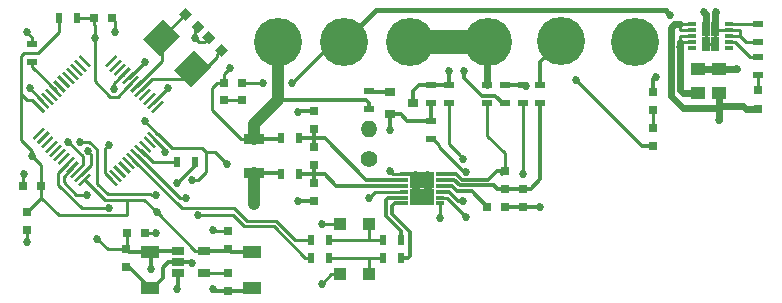
<source format=gtl>
G04 #@! TF.FileFunction,Copper,L1,Top,Signal*
%FSLAX46Y46*%
G04 Gerber Fmt 4.6, Leading zero omitted, Abs format (unit mm)*
G04 Created by KiCad (PCBNEW 4.0.6-e0-6349~53~ubuntu16.04.1) date Sun Jul  9 20:30:41 2017*
%MOMM*%
%LPD*%
G01*
G04 APERTURE LIST*
%ADD10C,0.100000*%
%ADD11R,1.000000X1.000000*%
%ADD12R,0.900000X0.800000*%
%ADD13R,0.650000X0.300000*%
%ADD14R,0.775000X1.240000*%
%ADD15R,1.060000X0.650000*%
%ADD16C,4.064000*%
%ADD17R,1.050000X1.430000*%
%ADD18R,1.250000X1.000000*%
%ADD19R,0.750000X0.800000*%
%ADD20R,0.800000X0.750000*%
%ADD21R,1.600000X1.000000*%
%ADD22R,0.800000X0.800000*%
%ADD23R,0.900000X0.500000*%
%ADD24R,0.500000X0.900000*%
%ADD25R,1.700000X0.900000*%
%ADD26C,1.400000*%
%ADD27O,1.400000X1.400000*%
%ADD28C,0.685800*%
%ADD29C,0.600000*%
%ADD30C,0.250000*%
%ADD31C,0.300000*%
%ADD32C,1.000000*%
%ADD33C,0.400000*%
%ADD34C,2.000000*%
G04 APERTURE END LIST*
D10*
D11*
X138250000Y-100750000D03*
X135750000Y-100750000D03*
D12*
X140000000Y-89550000D03*
X140000000Y-91450000D03*
X142000000Y-90500000D03*
D13*
X165582000Y-83836000D03*
X165582000Y-84336000D03*
X165582000Y-84836000D03*
X165582000Y-85336000D03*
X165582000Y-85836000D03*
X168682000Y-85836000D03*
X168682000Y-85336000D03*
X168682000Y-84836000D03*
X168682000Y-84336000D03*
X168682000Y-83836000D03*
D14*
X167519500Y-85456000D03*
X167519500Y-84216000D03*
X166744500Y-85456000D03*
X166744500Y-84216000D03*
D15*
X122083000Y-102994000D03*
X122083000Y-103944000D03*
X122083000Y-104894000D03*
X124283000Y-104894000D03*
X124283000Y-102994000D03*
D10*
G36*
X120707689Y-90268621D02*
X120884466Y-90445398D01*
X119965227Y-91364637D01*
X119788450Y-91187860D01*
X120707689Y-90268621D01*
X120707689Y-90268621D01*
G37*
G36*
X120354136Y-89915068D02*
X120530913Y-90091845D01*
X119611674Y-91011084D01*
X119434897Y-90834307D01*
X120354136Y-89915068D01*
X120354136Y-89915068D01*
G37*
G36*
X120000582Y-89561514D02*
X120177359Y-89738291D01*
X119258120Y-90657530D01*
X119081343Y-90480753D01*
X120000582Y-89561514D01*
X120000582Y-89561514D01*
G37*
G36*
X119647029Y-89207961D02*
X119823806Y-89384738D01*
X118904567Y-90303977D01*
X118727790Y-90127200D01*
X119647029Y-89207961D01*
X119647029Y-89207961D01*
G37*
G36*
X119293476Y-88854408D02*
X119470253Y-89031185D01*
X118551014Y-89950424D01*
X118374237Y-89773647D01*
X119293476Y-88854408D01*
X119293476Y-88854408D01*
G37*
G36*
X118939922Y-88500854D02*
X119116699Y-88677631D01*
X118197460Y-89596870D01*
X118020683Y-89420093D01*
X118939922Y-88500854D01*
X118939922Y-88500854D01*
G37*
G36*
X118586369Y-88147301D02*
X118763146Y-88324078D01*
X117843907Y-89243317D01*
X117667130Y-89066540D01*
X118586369Y-88147301D01*
X118586369Y-88147301D01*
G37*
G36*
X118232815Y-87793747D02*
X118409592Y-87970524D01*
X117490353Y-88889763D01*
X117313576Y-88712986D01*
X118232815Y-87793747D01*
X118232815Y-87793747D01*
G37*
G36*
X117879262Y-87440194D02*
X118056039Y-87616971D01*
X117136800Y-88536210D01*
X116960023Y-88359433D01*
X117879262Y-87440194D01*
X117879262Y-87440194D01*
G37*
G36*
X117525709Y-87086641D02*
X117702486Y-87263418D01*
X116783247Y-88182657D01*
X116606470Y-88005880D01*
X117525709Y-87086641D01*
X117525709Y-87086641D01*
G37*
G36*
X117172155Y-86733087D02*
X117348932Y-86909864D01*
X116429693Y-87829103D01*
X116252916Y-87652326D01*
X117172155Y-86733087D01*
X117172155Y-86733087D01*
G37*
G36*
X116818602Y-86379534D02*
X116995379Y-86556311D01*
X116076140Y-87475550D01*
X115899363Y-87298773D01*
X116818602Y-86379534D01*
X116818602Y-86379534D01*
G37*
G36*
X113636621Y-86556311D02*
X113813398Y-86379534D01*
X114732637Y-87298773D01*
X114555860Y-87475550D01*
X113636621Y-86556311D01*
X113636621Y-86556311D01*
G37*
G36*
X113283068Y-86909864D02*
X113459845Y-86733087D01*
X114379084Y-87652326D01*
X114202307Y-87829103D01*
X113283068Y-86909864D01*
X113283068Y-86909864D01*
G37*
G36*
X112929514Y-87263418D02*
X113106291Y-87086641D01*
X114025530Y-88005880D01*
X113848753Y-88182657D01*
X112929514Y-87263418D01*
X112929514Y-87263418D01*
G37*
G36*
X112575961Y-87616971D02*
X112752738Y-87440194D01*
X113671977Y-88359433D01*
X113495200Y-88536210D01*
X112575961Y-87616971D01*
X112575961Y-87616971D01*
G37*
G36*
X112222408Y-87970524D02*
X112399185Y-87793747D01*
X113318424Y-88712986D01*
X113141647Y-88889763D01*
X112222408Y-87970524D01*
X112222408Y-87970524D01*
G37*
G36*
X111868854Y-88324078D02*
X112045631Y-88147301D01*
X112964870Y-89066540D01*
X112788093Y-89243317D01*
X111868854Y-88324078D01*
X111868854Y-88324078D01*
G37*
G36*
X111515301Y-88677631D02*
X111692078Y-88500854D01*
X112611317Y-89420093D01*
X112434540Y-89596870D01*
X111515301Y-88677631D01*
X111515301Y-88677631D01*
G37*
G36*
X111161747Y-89031185D02*
X111338524Y-88854408D01*
X112257763Y-89773647D01*
X112080986Y-89950424D01*
X111161747Y-89031185D01*
X111161747Y-89031185D01*
G37*
G36*
X110808194Y-89384738D02*
X110984971Y-89207961D01*
X111904210Y-90127200D01*
X111727433Y-90303977D01*
X110808194Y-89384738D01*
X110808194Y-89384738D01*
G37*
G36*
X110454641Y-89738291D02*
X110631418Y-89561514D01*
X111550657Y-90480753D01*
X111373880Y-90657530D01*
X110454641Y-89738291D01*
X110454641Y-89738291D01*
G37*
G36*
X110101087Y-90091845D02*
X110277864Y-89915068D01*
X111197103Y-90834307D01*
X111020326Y-91011084D01*
X110101087Y-90091845D01*
X110101087Y-90091845D01*
G37*
G36*
X109747534Y-90445398D02*
X109924311Y-90268621D01*
X110843550Y-91187860D01*
X110666773Y-91364637D01*
X109747534Y-90445398D01*
X109747534Y-90445398D01*
G37*
G36*
X110666773Y-92531363D02*
X110843550Y-92708140D01*
X109924311Y-93627379D01*
X109747534Y-93450602D01*
X110666773Y-92531363D01*
X110666773Y-92531363D01*
G37*
G36*
X111020326Y-92884916D02*
X111197103Y-93061693D01*
X110277864Y-93980932D01*
X110101087Y-93804155D01*
X111020326Y-92884916D01*
X111020326Y-92884916D01*
G37*
G36*
X111373880Y-93238470D02*
X111550657Y-93415247D01*
X110631418Y-94334486D01*
X110454641Y-94157709D01*
X111373880Y-93238470D01*
X111373880Y-93238470D01*
G37*
G36*
X111727433Y-93592023D02*
X111904210Y-93768800D01*
X110984971Y-94688039D01*
X110808194Y-94511262D01*
X111727433Y-93592023D01*
X111727433Y-93592023D01*
G37*
G36*
X112080986Y-93945576D02*
X112257763Y-94122353D01*
X111338524Y-95041592D01*
X111161747Y-94864815D01*
X112080986Y-93945576D01*
X112080986Y-93945576D01*
G37*
G36*
X112434540Y-94299130D02*
X112611317Y-94475907D01*
X111692078Y-95395146D01*
X111515301Y-95218369D01*
X112434540Y-94299130D01*
X112434540Y-94299130D01*
G37*
G36*
X112788093Y-94652683D02*
X112964870Y-94829460D01*
X112045631Y-95748699D01*
X111868854Y-95571922D01*
X112788093Y-94652683D01*
X112788093Y-94652683D01*
G37*
G36*
X113141647Y-95006237D02*
X113318424Y-95183014D01*
X112399185Y-96102253D01*
X112222408Y-95925476D01*
X113141647Y-95006237D01*
X113141647Y-95006237D01*
G37*
G36*
X113495200Y-95359790D02*
X113671977Y-95536567D01*
X112752738Y-96455806D01*
X112575961Y-96279029D01*
X113495200Y-95359790D01*
X113495200Y-95359790D01*
G37*
G36*
X113848753Y-95713343D02*
X114025530Y-95890120D01*
X113106291Y-96809359D01*
X112929514Y-96632582D01*
X113848753Y-95713343D01*
X113848753Y-95713343D01*
G37*
G36*
X114202307Y-96066897D02*
X114379084Y-96243674D01*
X113459845Y-97162913D01*
X113283068Y-96986136D01*
X114202307Y-96066897D01*
X114202307Y-96066897D01*
G37*
G36*
X114555860Y-96420450D02*
X114732637Y-96597227D01*
X113813398Y-97516466D01*
X113636621Y-97339689D01*
X114555860Y-96420450D01*
X114555860Y-96420450D01*
G37*
G36*
X115899363Y-96597227D02*
X116076140Y-96420450D01*
X116995379Y-97339689D01*
X116818602Y-97516466D01*
X115899363Y-96597227D01*
X115899363Y-96597227D01*
G37*
G36*
X116252916Y-96243674D02*
X116429693Y-96066897D01*
X117348932Y-96986136D01*
X117172155Y-97162913D01*
X116252916Y-96243674D01*
X116252916Y-96243674D01*
G37*
G36*
X116606470Y-95890120D02*
X116783247Y-95713343D01*
X117702486Y-96632582D01*
X117525709Y-96809359D01*
X116606470Y-95890120D01*
X116606470Y-95890120D01*
G37*
G36*
X116960023Y-95536567D02*
X117136800Y-95359790D01*
X118056039Y-96279029D01*
X117879262Y-96455806D01*
X116960023Y-95536567D01*
X116960023Y-95536567D01*
G37*
G36*
X117313576Y-95183014D02*
X117490353Y-95006237D01*
X118409592Y-95925476D01*
X118232815Y-96102253D01*
X117313576Y-95183014D01*
X117313576Y-95183014D01*
G37*
G36*
X117667130Y-94829460D02*
X117843907Y-94652683D01*
X118763146Y-95571922D01*
X118586369Y-95748699D01*
X117667130Y-94829460D01*
X117667130Y-94829460D01*
G37*
G36*
X118020683Y-94475907D02*
X118197460Y-94299130D01*
X119116699Y-95218369D01*
X118939922Y-95395146D01*
X118020683Y-94475907D01*
X118020683Y-94475907D01*
G37*
G36*
X118374237Y-94122353D02*
X118551014Y-93945576D01*
X119470253Y-94864815D01*
X119293476Y-95041592D01*
X118374237Y-94122353D01*
X118374237Y-94122353D01*
G37*
G36*
X118727790Y-93768800D02*
X118904567Y-93592023D01*
X119823806Y-94511262D01*
X119647029Y-94688039D01*
X118727790Y-93768800D01*
X118727790Y-93768800D01*
G37*
G36*
X119081343Y-93415247D02*
X119258120Y-93238470D01*
X120177359Y-94157709D01*
X120000582Y-94334486D01*
X119081343Y-93415247D01*
X119081343Y-93415247D01*
G37*
G36*
X119434897Y-93061693D02*
X119611674Y-92884916D01*
X120530913Y-93804155D01*
X120354136Y-93980932D01*
X119434897Y-93061693D01*
X119434897Y-93061693D01*
G37*
G36*
X119788450Y-92708140D02*
X119965227Y-92531363D01*
X120884466Y-93450602D01*
X120707689Y-93627379D01*
X119788450Y-92708140D01*
X119788450Y-92708140D01*
G37*
D16*
X154500000Y-85250000D03*
X148336000Y-85344000D03*
X141750000Y-85344000D03*
X160740864Y-85344000D03*
D13*
X141192500Y-96493000D03*
X141192500Y-96993000D03*
X141192500Y-97493000D03*
X141192500Y-97993000D03*
X141192500Y-98493000D03*
X144292500Y-98493000D03*
X144292500Y-97993000D03*
X144292500Y-97493000D03*
X144292500Y-96993000D03*
X144292500Y-96493000D03*
D17*
X143245000Y-98458000D03*
X143263000Y-97028000D03*
X142242500Y-98458000D03*
X142240000Y-97028000D03*
D13*
X141192500Y-98993000D03*
X144292500Y-98993000D03*
D18*
X167894000Y-89646000D03*
X167894000Y-87646000D03*
X166116000Y-89646000D03*
X166116000Y-87646000D03*
D19*
X127500000Y-88750000D03*
X127500000Y-90250000D03*
X126000000Y-90250000D03*
X126000000Y-88750000D03*
X162314000Y-89548000D03*
X162314000Y-91048000D03*
X162314000Y-92596000D03*
X162314000Y-94096000D03*
X133604000Y-95746000D03*
X133604000Y-94246000D03*
X133604000Y-92698000D03*
X133604000Y-91198000D03*
X133604000Y-97294000D03*
X133604000Y-98794000D03*
D20*
X148250000Y-99250000D03*
X149750000Y-99250000D03*
D19*
X151250000Y-97750000D03*
X151250000Y-99250000D03*
X149750000Y-97750000D03*
X149750000Y-96250000D03*
D21*
X119670000Y-103140000D03*
X119670000Y-106140000D03*
D10*
G36*
X126298008Y-86017678D02*
X125767678Y-86548008D01*
X125201992Y-85982322D01*
X125732322Y-85451992D01*
X126298008Y-86017678D01*
X126298008Y-86017678D01*
G37*
G36*
X125237348Y-84957018D02*
X124707018Y-85487348D01*
X124141332Y-84921662D01*
X124671662Y-84391332D01*
X125237348Y-84957018D01*
X125237348Y-84957018D01*
G37*
D19*
X117638000Y-102874000D03*
X117638000Y-104374000D03*
D10*
G36*
X122171662Y-82951992D02*
X122701992Y-82421662D01*
X123267678Y-82987348D01*
X122737348Y-83517678D01*
X122171662Y-82951992D01*
X122171662Y-82951992D01*
G37*
G36*
X123232322Y-84012652D02*
X123762652Y-83482322D01*
X124328338Y-84048008D01*
X123798008Y-84578338D01*
X123232322Y-84012652D01*
X123232322Y-84012652D01*
G37*
D20*
X117750000Y-101500000D03*
X119250000Y-101500000D03*
D19*
X126274000Y-104906000D03*
X126274000Y-106406000D03*
D21*
X128306000Y-103140000D03*
X128306000Y-106140000D03*
D19*
X126274000Y-102850000D03*
X126274000Y-101350000D03*
D20*
X115000000Y-83250000D03*
X116500000Y-83250000D03*
X110478000Y-97536000D03*
X108978000Y-97536000D03*
D19*
X109250000Y-99750000D03*
X109250000Y-101250000D03*
D22*
X171196000Y-91008000D03*
X171196000Y-89408000D03*
D23*
X171196000Y-88126000D03*
X171196000Y-86626000D03*
X171196000Y-83820000D03*
X171196000Y-85320000D03*
X143500000Y-93500000D03*
X143500000Y-92000000D03*
X138250000Y-91000000D03*
X138250000Y-89500000D03*
D24*
X133362000Y-102108000D03*
X134862000Y-102108000D03*
X133362000Y-103632000D03*
X134862000Y-103632000D03*
D23*
X143500000Y-89000000D03*
X143500000Y-90500000D03*
D24*
X139458000Y-102108000D03*
X140958000Y-102108000D03*
X139458000Y-103632000D03*
X140958000Y-103632000D03*
D23*
X149750000Y-89000000D03*
X149750000Y-90500000D03*
D24*
X132322000Y-93472000D03*
X130822000Y-93472000D03*
D25*
X128524000Y-93546000D03*
X128524000Y-96446000D03*
D23*
X151250000Y-89000000D03*
X151250000Y-90500000D03*
X145000000Y-89000000D03*
X145000000Y-90500000D03*
D24*
X132322000Y-96520000D03*
X130822000Y-96520000D03*
D23*
X152750000Y-90500000D03*
X152750000Y-89000000D03*
X148250000Y-90500000D03*
X148250000Y-89000000D03*
D24*
X123500000Y-95500000D03*
X122000000Y-95500000D03*
D23*
X109750000Y-85500000D03*
X109750000Y-87000000D03*
D24*
X112000000Y-83250000D03*
X113500000Y-83250000D03*
D26*
X138250000Y-95250000D03*
D27*
X138250000Y-92710000D03*
D10*
G36*
X124863783Y-87416727D02*
X123166727Y-89113783D01*
X121752513Y-87699569D01*
X123449569Y-86002513D01*
X124863783Y-87416727D01*
X124863783Y-87416727D01*
G37*
G36*
X122247487Y-84800431D02*
X120550431Y-86497487D01*
X119136217Y-85083273D01*
X120833273Y-83386217D01*
X122247487Y-84800431D01*
X122247487Y-84800431D01*
G37*
D16*
X136144000Y-85344000D03*
X130556000Y-85344000D03*
D11*
X138250000Y-105000000D03*
X135750000Y-105000000D03*
D28*
X167894000Y-91948000D03*
X116771021Y-84484666D03*
X134232668Y-105838653D03*
X134250000Y-100750000D03*
X120250000Y-101500000D03*
X109250000Y-102250000D03*
X109000000Y-96500000D03*
X114441949Y-94558051D03*
X120993604Y-94620415D03*
X126500000Y-87500000D03*
X119250000Y-87000000D03*
X109500000Y-89250000D03*
X125000000Y-106250000D03*
X125000000Y-101250000D03*
X123500000Y-85000000D03*
X123250000Y-104000000D03*
X166624000Y-82804000D03*
X167640000Y-82804000D03*
X169418000Y-87630000D03*
X131750000Y-88750000D03*
X129250000Y-88750000D03*
X162500000Y-88250000D03*
X164592000Y-85750000D03*
X163750000Y-83000000D03*
X140000000Y-92750000D03*
X146250000Y-87750000D03*
X155750000Y-88500000D03*
X140000000Y-96250000D03*
X142202935Y-97665554D03*
X143257074Y-97653367D03*
X143246387Y-98710863D03*
X142173081Y-98732187D03*
X143244799Y-96563989D03*
X142241016Y-96583906D03*
X152750000Y-99250000D03*
X132250000Y-98750000D03*
X132250000Y-91250000D03*
X128524000Y-98000000D03*
X128500000Y-99000000D03*
X115250000Y-102000000D03*
X119750000Y-104500000D03*
X122000000Y-106250000D03*
X116693953Y-89257477D03*
X126222618Y-95651980D03*
X109750000Y-95000000D03*
X123250000Y-97000000D03*
X120259000Y-99750000D03*
X119250000Y-92000000D03*
X115010047Y-85000000D03*
X121250000Y-89250000D03*
X112750000Y-93750000D03*
X116250000Y-94000000D03*
X120250000Y-98250000D03*
X122000000Y-97250000D03*
X113750000Y-93750000D03*
X109250000Y-84500000D03*
X145000000Y-87750000D03*
X151507790Y-89073009D03*
X146465173Y-100125637D03*
X146433051Y-96316949D03*
X122750000Y-98500000D03*
X123750000Y-100000000D03*
X146199591Y-98787117D03*
X151250000Y-96500000D03*
X144290239Y-100216432D03*
X146239416Y-95187037D03*
X114354887Y-98270103D03*
X116217050Y-99374990D03*
X138250000Y-98500000D03*
D29*
X167894000Y-91948000D02*
X167894000Y-90932000D01*
X167894000Y-90932000D02*
X167894000Y-89646000D01*
X169926000Y-90738000D02*
X168088000Y-90738000D01*
X168088000Y-90738000D02*
X167894000Y-90932000D01*
X171196000Y-91008000D02*
X170196000Y-91008000D01*
X170196000Y-91008000D02*
X169926000Y-90738000D01*
D30*
X164600000Y-84336000D02*
X164600000Y-83828000D01*
X164600000Y-83828000D02*
X164592000Y-83820000D01*
D29*
X167894000Y-89646000D02*
X167894000Y-90678000D01*
X167894000Y-90678000D02*
X167640000Y-90932000D01*
X167640000Y-90932000D02*
X164846000Y-90932000D01*
X164846000Y-90932000D02*
X163791990Y-89877990D01*
X163791990Y-84112010D02*
X164084000Y-83820000D01*
X163791990Y-89877990D02*
X163791990Y-84112010D01*
X164084000Y-83820000D02*
X164592000Y-83820000D01*
D30*
X164600000Y-84336000D02*
X165582000Y-84336000D01*
X165391000Y-83820000D02*
X164592000Y-83820000D01*
X165582000Y-83836000D02*
X165407000Y-83836000D01*
X165407000Y-83836000D02*
X165391000Y-83820000D01*
X116771021Y-84484666D02*
X116771021Y-83521021D01*
X116771021Y-83521021D02*
X116500000Y-83250000D01*
X134232668Y-105767332D02*
X134232668Y-105838653D01*
X135000000Y-105000000D02*
X134232668Y-105767332D01*
X135750000Y-105000000D02*
X135000000Y-105000000D01*
X135750000Y-100750000D02*
X134250000Y-100750000D01*
X123500000Y-85000000D02*
X123842899Y-85342899D01*
X123842899Y-85342899D02*
X124285781Y-85342899D01*
X124285781Y-85342899D02*
X124689340Y-84939340D01*
X123500000Y-85000000D02*
X123500000Y-84310660D01*
X123500000Y-84310660D02*
X123780330Y-84030330D01*
X166744500Y-85456000D02*
X166744500Y-84216000D01*
X167519500Y-85456000D02*
X166744500Y-85456000D01*
X167519500Y-84216000D02*
X167519500Y-85456000D01*
X119250000Y-101500000D02*
X120250000Y-101500000D01*
X109250000Y-101250000D02*
X109250000Y-102250000D01*
X108978000Y-97536000D02*
X108978000Y-96522000D01*
X108978000Y-96522000D02*
X109000000Y-96500000D01*
X114741948Y-94858050D02*
X114441949Y-94558051D01*
X114741948Y-95704033D02*
X114741948Y-94858050D01*
X113831076Y-96614905D02*
X114741948Y-95704033D01*
X120993604Y-94443623D02*
X120993604Y-94620415D01*
X119982905Y-93432924D02*
X120993604Y-94443623D01*
X126000000Y-88750000D02*
X125375000Y-88750000D01*
X125375000Y-88750000D02*
X124947204Y-89177796D01*
X124947204Y-91069204D02*
X127424000Y-93546000D01*
X124947204Y-89177796D02*
X124947204Y-91069204D01*
X127424000Y-93546000D02*
X128524000Y-93546000D01*
X126000000Y-88750000D02*
X126000000Y-88000000D01*
X126000000Y-88000000D02*
X126500000Y-87500000D01*
X117861584Y-88341755D02*
X117908245Y-88341755D01*
X117908245Y-88341755D02*
X119250000Y-87000000D01*
X110649095Y-90463076D02*
X110649095Y-90399095D01*
X110649095Y-90399095D02*
X109500000Y-89250000D01*
D31*
X126274000Y-106406000D02*
X125156000Y-106406000D01*
X125156000Y-106406000D02*
X125000000Y-106250000D01*
D30*
X126274000Y-101350000D02*
X125100000Y-101350000D01*
X125100000Y-101350000D02*
X125000000Y-101250000D01*
D31*
X122083000Y-103944000D02*
X123194000Y-103944000D01*
X123194000Y-103944000D02*
X123250000Y-104000000D01*
X122083000Y-103944000D02*
X121253000Y-103944000D01*
X121253000Y-103944000D02*
X120770000Y-104427000D01*
X120770000Y-104427000D02*
X120770000Y-105340000D01*
X120770000Y-105340000D02*
X119970000Y-106140000D01*
X119970000Y-106140000D02*
X119670000Y-106140000D01*
X117638000Y-104374000D02*
X117904000Y-104374000D01*
X117904000Y-104374000D02*
X119670000Y-106140000D01*
X126274000Y-106406000D02*
X128040000Y-106406000D01*
X128040000Y-106406000D02*
X128306000Y-106140000D01*
X128524000Y-93546000D02*
X130748000Y-93546000D01*
X130748000Y-93546000D02*
X130822000Y-93472000D01*
X138250000Y-91000000D02*
X138250000Y-90450000D01*
X138250000Y-90450000D02*
X138027182Y-90227182D01*
X138027182Y-90227182D02*
X130556000Y-90227182D01*
D32*
X128524000Y-93546000D02*
X128524000Y-92259182D01*
X128524000Y-92259182D02*
X130556000Y-90227182D01*
X130556000Y-90227182D02*
X130556000Y-85344000D01*
D29*
X166744500Y-84216000D02*
X166744500Y-82924500D01*
X166744500Y-82924500D02*
X166624000Y-82804000D01*
X167519500Y-84216000D02*
X167519500Y-82924500D01*
X167519500Y-82924500D02*
X167640000Y-82804000D01*
D30*
X168682000Y-84336000D02*
X167639500Y-84336000D01*
X167639500Y-84336000D02*
X167519500Y-84216000D01*
D29*
X167894000Y-87646000D02*
X169402000Y-87646000D01*
X169402000Y-87646000D02*
X169418000Y-87630000D01*
X166116000Y-87646000D02*
X167894000Y-87646000D01*
D30*
X169664000Y-84336000D02*
X169672000Y-84344000D01*
X169672000Y-84344000D02*
X169672000Y-84836000D01*
X168682000Y-84336000D02*
X169664000Y-84336000D01*
X170156000Y-85320000D02*
X169672000Y-84836000D01*
X169672000Y-84836000D02*
X168682000Y-84836000D01*
X171196000Y-85320000D02*
X170156000Y-85320000D01*
D31*
X164592000Y-85750000D02*
X164592000Y-85344000D01*
D30*
X131750000Y-88750000D02*
X135156000Y-85344000D01*
X135156000Y-85344000D02*
X136144000Y-85344000D01*
X127500000Y-88750000D02*
X129250000Y-88750000D01*
D31*
X162314000Y-89548000D02*
X162314000Y-88436000D01*
X162314000Y-88436000D02*
X162500000Y-88250000D01*
D33*
X136144000Y-85344000D02*
X138835584Y-82652416D01*
X138835584Y-82652416D02*
X163402416Y-82652416D01*
X163402416Y-82652416D02*
X163500000Y-82750000D01*
D31*
X163500000Y-82750000D02*
X163750000Y-83000000D01*
X140000000Y-91450000D02*
X140000000Y-92750000D01*
X141500000Y-92000000D02*
X140950000Y-91450000D01*
X140950000Y-91450000D02*
X140000000Y-91450000D01*
X143500000Y-92000000D02*
X141500000Y-92000000D01*
X143500000Y-90500000D02*
X143500000Y-92000000D01*
D30*
X164592000Y-84836000D02*
X164592000Y-85344000D01*
D29*
X164592000Y-85344000D02*
X164592000Y-89408000D01*
X164592000Y-89408000D02*
X164830000Y-89646000D01*
X164830000Y-89646000D02*
X166116000Y-89646000D01*
D30*
X164592000Y-84836000D02*
X165582000Y-84836000D01*
X164999000Y-85344000D02*
X164592000Y-85344000D01*
X165582000Y-85336000D02*
X165007000Y-85336000D01*
X165007000Y-85336000D02*
X164999000Y-85344000D01*
X126000000Y-90250000D02*
X127500000Y-90250000D01*
X162314000Y-91048000D02*
X162314000Y-92596000D01*
D31*
X149750000Y-90500000D02*
X149550000Y-90500000D01*
X149550000Y-90500000D02*
X148949999Y-89899999D01*
X148949999Y-89899999D02*
X147819997Y-89899999D01*
X147819997Y-89899999D02*
X146250000Y-88330002D01*
X146250000Y-88330002D02*
X146250000Y-87750000D01*
X162314000Y-94096000D02*
X161346000Y-94096000D01*
X161346000Y-94096000D02*
X155750000Y-88500000D01*
X133750000Y-96520000D02*
X134500000Y-96520000D01*
X141192500Y-97493000D02*
X135473000Y-97493000D01*
X135473000Y-97493000D02*
X134500000Y-96520000D01*
X133604000Y-97294000D02*
X133604000Y-96594000D01*
X133604000Y-96594000D02*
X133678000Y-96520000D01*
X133678000Y-96520000D02*
X133750000Y-96520000D01*
X132322000Y-96520000D02*
X133750000Y-96520000D01*
X133604000Y-95746000D02*
X133604000Y-96446000D01*
X133604000Y-96446000D02*
X133678000Y-96520000D01*
X133750000Y-93472000D02*
X134500000Y-93472000D01*
X138021000Y-96993000D02*
X134500000Y-93472000D01*
X141192500Y-96993000D02*
X138021000Y-96993000D01*
X133604000Y-94246000D02*
X133604000Y-93546000D01*
X133604000Y-93546000D02*
X133678000Y-93472000D01*
X133678000Y-93472000D02*
X133750000Y-93472000D01*
X132322000Y-93472000D02*
X133750000Y-93472000D01*
X133604000Y-93398000D02*
X133678000Y-93472000D01*
X133604000Y-92698000D02*
X133604000Y-93398000D01*
D30*
X141192500Y-96493000D02*
X140243000Y-96493000D01*
X140243000Y-96493000D02*
X140000000Y-96250000D01*
X142173081Y-97695408D02*
X142202935Y-97665554D01*
X142173081Y-98732187D02*
X142173081Y-97695408D01*
D31*
X142150110Y-96493000D02*
X142241016Y-96583906D01*
X141192500Y-96493000D02*
X142150110Y-96493000D01*
X151250000Y-99250000D02*
X152750000Y-99250000D01*
X133604000Y-98794000D02*
X132294000Y-98794000D01*
X132294000Y-98794000D02*
X132250000Y-98750000D01*
X133604000Y-91198000D02*
X132302000Y-91198000D01*
X132302000Y-91198000D02*
X132250000Y-91250000D01*
D32*
X128524000Y-96446000D02*
X128524000Y-98000000D01*
X128500000Y-99000000D02*
X128500000Y-98024000D01*
X128500000Y-98024000D02*
X128524000Y-98000000D01*
D31*
X128524000Y-96446000D02*
X130748000Y-96446000D01*
X130748000Y-96446000D02*
X130822000Y-96520000D01*
X149750000Y-99250000D02*
X151250000Y-99250000D01*
X148250000Y-99250000D02*
X148225000Y-99250000D01*
X148225000Y-99250000D02*
X146941972Y-97966972D01*
X145232854Y-97493000D02*
X144917500Y-97493000D01*
X145706826Y-97966972D02*
X145232854Y-97493000D01*
X144917500Y-97493000D02*
X144292500Y-97493000D01*
X146941972Y-97966972D02*
X145706826Y-97966972D01*
X148250000Y-99250000D02*
X148412794Y-99087206D01*
X151250000Y-97750000D02*
X151925000Y-97750000D01*
X151925000Y-97750000D02*
X152750000Y-96925000D01*
X152750000Y-96925000D02*
X152750000Y-90500000D01*
X145913938Y-97466962D02*
X148791962Y-97466962D01*
X149075000Y-97750000D02*
X149750000Y-97750000D01*
X148791962Y-97466962D02*
X149075000Y-97750000D01*
X144292500Y-96993000D02*
X145439976Y-96993000D01*
X145439976Y-96993000D02*
X145913938Y-97466962D01*
X151250000Y-97750000D02*
X149750000Y-97750000D01*
X149075000Y-96250000D02*
X149750000Y-96250000D01*
X144292500Y-96493000D02*
X145647098Y-96493000D01*
X146121049Y-96966951D02*
X148358049Y-96966951D01*
X145647098Y-96493000D02*
X146121049Y-96966951D01*
X148358049Y-96966951D02*
X149075000Y-96250000D01*
D30*
X148250000Y-93250000D02*
X149750000Y-94750000D01*
X149750000Y-94750000D02*
X149750000Y-96250000D01*
X148250000Y-90500000D02*
X148250000Y-93250000D01*
D31*
X149507000Y-96493000D02*
X149750000Y-96250000D01*
D30*
X117750000Y-101500000D02*
X117750000Y-102762000D01*
X117750000Y-102762000D02*
X117638000Y-102874000D01*
X115250000Y-102000000D02*
X116124000Y-102874000D01*
X116124000Y-102874000D02*
X117638000Y-102874000D01*
D31*
X119750000Y-104500000D02*
X119750000Y-103220000D01*
X119750000Y-103220000D02*
X119670000Y-103140000D01*
X122083000Y-104894000D02*
X122083000Y-106167000D01*
X122083000Y-106167000D02*
X122000000Y-106250000D01*
X122083000Y-102994000D02*
X119816000Y-102994000D01*
X119816000Y-102994000D02*
X119670000Y-103140000D01*
X119670000Y-103140000D02*
X117904000Y-103140000D01*
X117904000Y-103140000D02*
X117638000Y-102874000D01*
D30*
X125750000Y-86000000D02*
X125414125Y-86335875D01*
X125414125Y-86335875D02*
X125414125Y-86585875D01*
X125414125Y-86585875D02*
X124441852Y-87558148D01*
X124441852Y-87558148D02*
X123308148Y-87558148D01*
X123308148Y-87558148D02*
X122388910Y-88477386D01*
X122388910Y-88477386D02*
X119847275Y-88477386D01*
X119847275Y-88477386D02*
X118922245Y-89402416D01*
X120691852Y-84941852D02*
X122695231Y-82938473D01*
X122695231Y-82938473D02*
X122701328Y-82938473D01*
X120691852Y-86925701D02*
X118568691Y-89048862D01*
X120691852Y-84941852D02*
X120691852Y-86925701D01*
X124283000Y-104894000D02*
X126262000Y-104894000D01*
X126262000Y-104894000D02*
X126274000Y-104906000D01*
X117508031Y-87988202D02*
X116693953Y-88802280D01*
X116693953Y-88802280D02*
X116693953Y-89257477D01*
X125879719Y-95309081D02*
X126222618Y-95651980D01*
X124441578Y-94606048D02*
X125176686Y-94606048D01*
X125176686Y-94606048D02*
X125879719Y-95309081D01*
X109750000Y-95000000D02*
X109750000Y-94575736D01*
X108780394Y-93606130D02*
X108780394Y-89686033D01*
X109750000Y-94575736D02*
X108780394Y-93606130D01*
X110478000Y-98515890D02*
X110478000Y-98250000D01*
X110478000Y-98250000D02*
X110478000Y-97536000D01*
X109250000Y-99750000D02*
X109250000Y-99725000D01*
X109250000Y-99725000D02*
X110478000Y-98497000D01*
X110478000Y-98497000D02*
X110478000Y-98250000D01*
X117750000Y-98669975D02*
X117750000Y-100000000D01*
X117750000Y-100000000D02*
X111962110Y-100000000D01*
X111962110Y-100000000D02*
X110478000Y-98515890D01*
X117750000Y-98669975D02*
X119178975Y-98669975D01*
X115886146Y-98669975D02*
X117750000Y-98669975D01*
X110478000Y-97536000D02*
X110478000Y-95728000D01*
X110478000Y-95728000D02*
X109750000Y-95000000D01*
X120336458Y-93079371D02*
X121534487Y-94277400D01*
X121534487Y-94277400D02*
X124112930Y-94277400D01*
X124112930Y-94277400D02*
X124441578Y-94606048D01*
X124441578Y-94606048D02*
X124441578Y-96327877D01*
X124441578Y-96327877D02*
X123769455Y-97000000D01*
X123769455Y-97000000D02*
X123250000Y-97000000D01*
X120259000Y-99750000D02*
X123503000Y-102994000D01*
X119178975Y-98669975D02*
X120259000Y-99750000D01*
X114184629Y-96968458D02*
X115886146Y-98669975D01*
X123503000Y-102994000D02*
X124283000Y-102994000D01*
X112000000Y-84500000D02*
X110250000Y-86250000D01*
X108780394Y-89686033D02*
X109301261Y-90206900D01*
X110250000Y-86250000D02*
X109063265Y-86250000D01*
X109063265Y-86250000D02*
X108780394Y-86532871D01*
X108780394Y-86532871D02*
X108780394Y-89686033D01*
X109301261Y-90206900D02*
X109685813Y-90206900D01*
X109685813Y-90206900D02*
X110295542Y-90816629D01*
X120336458Y-93079371D02*
X120329371Y-93079371D01*
X120329371Y-93079371D02*
X119250000Y-92000000D01*
X112000000Y-83250000D02*
X112000000Y-84500000D01*
D31*
X124283000Y-102994000D02*
X126130000Y-102994000D01*
X126130000Y-102994000D02*
X126274000Y-102850000D01*
X128306000Y-103140000D02*
X126564000Y-103140000D01*
X126564000Y-103140000D02*
X126274000Y-102850000D01*
D30*
X116314994Y-89936687D02*
X116973760Y-89936687D01*
X115010047Y-88631740D02*
X116314994Y-89936687D01*
X116973760Y-89936687D02*
X117684809Y-89225638D01*
X115010047Y-85000000D02*
X115010047Y-88631740D01*
X117684809Y-89225638D02*
X118215138Y-88695309D01*
X115010047Y-83885047D02*
X115010047Y-85000000D01*
X115000000Y-83875000D02*
X115010047Y-83885047D01*
X115000000Y-83875000D02*
X115000000Y-83250000D01*
X113500000Y-83250000D02*
X115000000Y-83250000D01*
X171196000Y-88126000D02*
X171196000Y-89408000D01*
X135362000Y-102108000D02*
X138250000Y-102108000D01*
X138250000Y-102108000D02*
X139458000Y-102108000D01*
X138250000Y-100750000D02*
X138250000Y-101500000D01*
X138250000Y-101500000D02*
X138250000Y-102108000D01*
X134862000Y-102108000D02*
X135362000Y-102108000D01*
X139458000Y-103632000D02*
X138250000Y-103632000D01*
X138250000Y-103632000D02*
X134862000Y-103632000D01*
X138250000Y-105000000D02*
X138250000Y-103632000D01*
X121250000Y-89250000D02*
X121195981Y-89250000D01*
X121195981Y-89250000D02*
X119982905Y-90463076D01*
D31*
X152750000Y-89000000D02*
X152750000Y-87000000D01*
X152750000Y-87000000D02*
X154500000Y-85250000D01*
D30*
X112750000Y-93750000D02*
X114007851Y-95007851D01*
X114007851Y-95007851D02*
X114007851Y-95731022D01*
X114007851Y-95731022D02*
X113477522Y-96261351D01*
X115917042Y-96438129D02*
X116447371Y-96968458D01*
X115917042Y-94332958D02*
X115917042Y-96438129D01*
X116250000Y-94000000D02*
X115917042Y-94332958D01*
X114558902Y-93750000D02*
X113750000Y-93750000D01*
X115222784Y-94413882D02*
X114558902Y-93750000D01*
X115222784Y-97326657D02*
X115222784Y-94413882D01*
X116116091Y-98219964D02*
X115222784Y-97326657D01*
X119795700Y-98219964D02*
X116116091Y-98219964D01*
X120250000Y-98250000D02*
X119825736Y-98250000D01*
X119825736Y-98250000D02*
X119795700Y-98219964D01*
X123500000Y-95500000D02*
X123500000Y-95750000D01*
X123500000Y-95750000D02*
X122000000Y-97250000D01*
X123500000Y-95500000D02*
X123500000Y-95700000D01*
X109750000Y-85500000D02*
X109750000Y-85000000D01*
X109750000Y-85000000D02*
X109250000Y-84500000D01*
D31*
X140000000Y-89550000D02*
X138300000Y-89550000D01*
X138300000Y-89550000D02*
X138250000Y-89500000D01*
X143500000Y-89000000D02*
X142500000Y-89000000D01*
X142500000Y-89000000D02*
X142000000Y-89500000D01*
X142000000Y-89500000D02*
X142000000Y-90500000D01*
X143500000Y-89000000D02*
X145000000Y-89000000D01*
X145000000Y-87750000D02*
X145000000Y-89000000D01*
X151434781Y-89000000D02*
X151507790Y-89073009D01*
X151250000Y-89000000D02*
X151434781Y-89000000D01*
X149750000Y-89000000D02*
X151250000Y-89000000D01*
D30*
X171196000Y-86626000D02*
X170496000Y-86626000D01*
X170496000Y-86626000D02*
X169206000Y-85336000D01*
X169206000Y-85336000D02*
X168682000Y-85336000D01*
X168682000Y-83836000D02*
X171180000Y-83836000D01*
X171180000Y-83836000D02*
X171196000Y-83820000D01*
X144292500Y-98493000D02*
X144832536Y-98493000D01*
X146122274Y-99782738D02*
X146465173Y-100125637D01*
X144832536Y-98493000D02*
X146122274Y-99782738D01*
X143700000Y-93500000D02*
X144200000Y-94000000D01*
X144200000Y-94000000D02*
X144200000Y-94200000D01*
X143500000Y-93500000D02*
X143700000Y-93500000D01*
X144200000Y-94200000D02*
X146316949Y-96316949D01*
X146316949Y-96316949D02*
X146433051Y-96316949D01*
X122389445Y-99374998D02*
X118215138Y-95200691D01*
X126774138Y-99374998D02*
X122389445Y-99374998D01*
X127878613Y-100479473D02*
X126774138Y-99374998D01*
X130345884Y-100479473D02*
X127878613Y-100479473D01*
X131974411Y-102108000D02*
X130345884Y-100479473D01*
X133362000Y-102108000D02*
X131974411Y-102108000D01*
X133362000Y-103632000D02*
X132862000Y-103632000D01*
X132862000Y-103632000D02*
X130159484Y-100929484D01*
X130159484Y-100929484D02*
X127692214Y-100929484D01*
X127692214Y-100929484D02*
X126762730Y-100000000D01*
X126762730Y-100000000D02*
X123750000Y-100000000D01*
X122750000Y-98500000D02*
X122221553Y-98500000D01*
X122221553Y-98500000D02*
X118568691Y-94847138D01*
D31*
X141192500Y-98493000D02*
X139876830Y-98493000D01*
X139876830Y-98493000D02*
X139680699Y-98689131D01*
X139680699Y-98689131D02*
X139680699Y-100080699D01*
X139680699Y-100080699D02*
X140958000Y-101358000D01*
X140958000Y-101358000D02*
X140958000Y-102108000D01*
X141192500Y-98993000D02*
X140441415Y-98993000D01*
X140187295Y-99849161D02*
X141710311Y-101372177D01*
X140441415Y-98993000D02*
X140187295Y-99247120D01*
X140187295Y-99247120D02*
X140187295Y-99849161D01*
X141710311Y-101372177D02*
X141710311Y-103424089D01*
X141710311Y-103424089D02*
X141502400Y-103632000D01*
X141502400Y-103632000D02*
X140958000Y-103632000D01*
X145819851Y-98787117D02*
X146199591Y-98787117D01*
X145025734Y-97993000D02*
X145819851Y-98787117D01*
X144292500Y-97993000D02*
X145025734Y-97993000D01*
D30*
X151250000Y-90500000D02*
X151250000Y-96500000D01*
X144292500Y-100214171D02*
X144290239Y-100216432D01*
X144292500Y-98993000D02*
X144292500Y-100214171D01*
X145000000Y-93947621D02*
X145896517Y-94844138D01*
X145000000Y-90500000D02*
X145000000Y-93947621D01*
X145896517Y-94844138D02*
X146239416Y-95187037D01*
D29*
X148250000Y-89000000D02*
X148250000Y-85430000D01*
X148250000Y-85430000D02*
X148336000Y-85344000D01*
D34*
X148336000Y-85344000D02*
X141750000Y-85344000D01*
D30*
X118922245Y-94493584D02*
X119928661Y-95500000D01*
X119928661Y-95500000D02*
X122000000Y-95500000D01*
X111709755Y-89402416D02*
X109750000Y-87442661D01*
X109750000Y-87442661D02*
X109750000Y-87000000D01*
X113123969Y-95907798D02*
X113123969Y-95978492D01*
X112392338Y-97207933D02*
X113461332Y-98276927D01*
X113123969Y-95978492D02*
X112392338Y-96710123D01*
X112392338Y-96710123D02*
X112392338Y-97207933D01*
X113461332Y-98276927D02*
X114348063Y-98276927D01*
X114348063Y-98276927D02*
X114354887Y-98270103D01*
X113922984Y-99374990D02*
X116217050Y-99374990D01*
X111942327Y-97394333D02*
X113922984Y-99374990D01*
X111942327Y-96382334D02*
X111942327Y-97394333D01*
X112770416Y-95554245D02*
X111942327Y-96382334D01*
X141192500Y-97993000D02*
X138757000Y-97993000D01*
X138757000Y-97993000D02*
X138250000Y-98500000D01*
M02*

</source>
